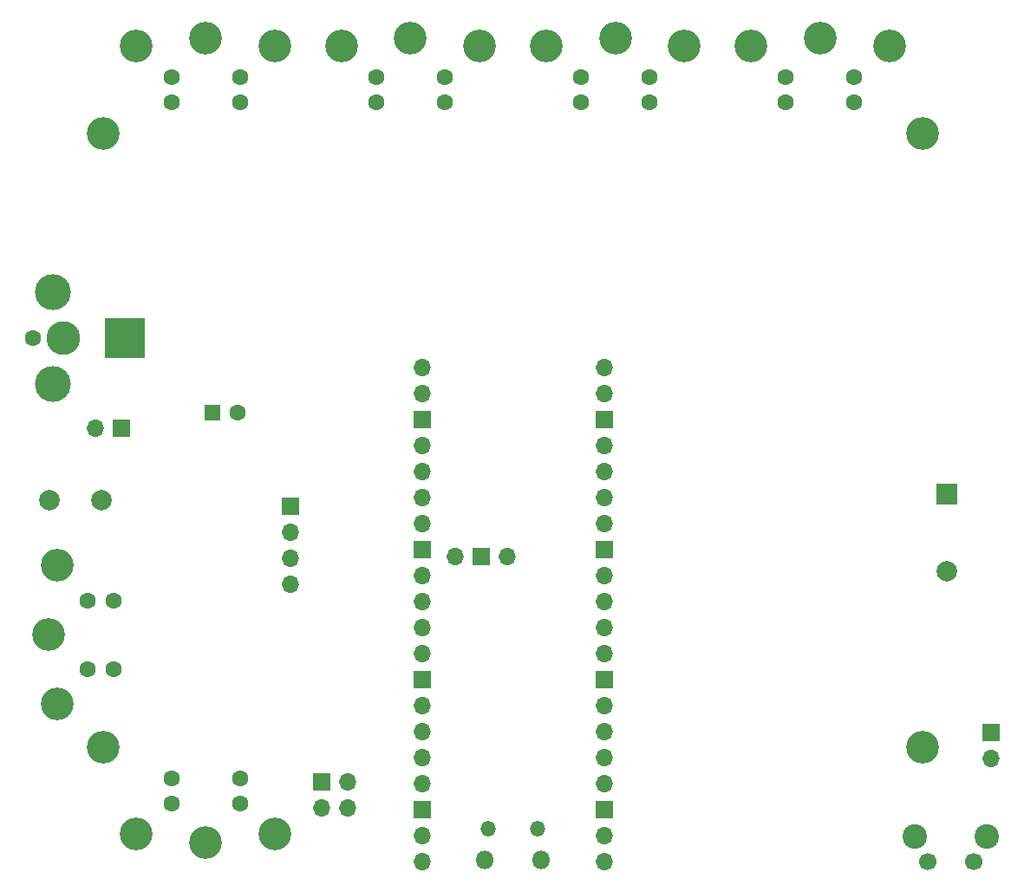
<source format=gbs>
G04 #@! TF.GenerationSoftware,KiCad,Pcbnew,6.0.11+dfsg-1*
G04 #@! TF.CreationDate,2024-08-25T21:45:10-05:00*
G04 #@! TF.ProjectId,hootswitch,686f6f74-7377-4697-9463-682e6b696361,rev?*
G04 #@! TF.SameCoordinates,Original*
G04 #@! TF.FileFunction,Soldermask,Bot*
G04 #@! TF.FilePolarity,Negative*
%FSLAX46Y46*%
G04 Gerber Fmt 4.6, Leading zero omitted, Abs format (unit mm)*
G04 Created by KiCad (PCBNEW 6.0.11+dfsg-1) date 2024-08-25 21:45:10*
%MOMM*%
%LPD*%
G01*
G04 APERTURE LIST*
%ADD10R,1.600000X1.600000*%
%ADD11C,1.600000*%
%ADD12C,3.200000*%
%ADD13C,2.400000*%
%ADD14C,1.700000*%
%ADD15R,1.700000X1.700000*%
%ADD16O,1.700000X1.700000*%
%ADD17R,4.000000X4.000000*%
%ADD18C,3.300000*%
%ADD19C,3.500000*%
%ADD20R,2.000000X2.000000*%
%ADD21C,2.000000*%
%ADD22O,1.500000X1.500000*%
%ADD23O,1.800000X1.800000*%
G04 APERTURE END LIST*
D10*
X80645000Y-101346000D03*
D11*
X83145000Y-101346000D03*
D12*
X70000000Y-74000000D03*
D11*
X116650000Y-68500000D03*
X123350000Y-68500000D03*
X116650000Y-71000000D03*
X123350000Y-71000000D03*
D12*
X126760000Y-65510000D03*
X113240000Y-65510000D03*
X120000000Y-64700000D03*
D11*
X96650000Y-68500000D03*
X103350000Y-68500000D03*
X96650000Y-71000000D03*
X103350000Y-71000000D03*
D12*
X93240000Y-65510000D03*
X100000000Y-64700000D03*
X106760000Y-65510000D03*
D11*
X68500000Y-126350000D03*
X68500000Y-119650000D03*
X71000000Y-126350000D03*
X71000000Y-119650000D03*
D12*
X65510000Y-116240000D03*
X65510000Y-129760000D03*
X64700000Y-123000000D03*
D13*
X149250000Y-142700000D03*
X156250000Y-142700000D03*
D14*
X155000000Y-145200000D03*
X150500000Y-145200000D03*
D15*
X156718000Y-132583000D03*
D16*
X156718000Y-135123000D03*
D11*
X63100000Y-94000000D03*
D17*
X72100000Y-94000000D03*
D18*
X66100000Y-94000000D03*
D19*
X65100000Y-89500000D03*
X65100000Y-98500000D03*
D11*
X136650000Y-68500000D03*
X143350000Y-68500000D03*
X136650000Y-71000000D03*
X143350000Y-71000000D03*
D12*
X146760000Y-65510000D03*
X133240000Y-65510000D03*
X140000000Y-64700000D03*
D20*
X152400000Y-109230000D03*
D21*
X152400000Y-116830000D03*
D15*
X88265000Y-110490000D03*
D16*
X88265000Y-113030000D03*
X88265000Y-115570000D03*
X88265000Y-118110000D03*
D12*
X150000000Y-74000000D03*
D21*
X64770000Y-109855000D03*
X69850000Y-109855000D03*
D11*
X76650000Y-68500000D03*
X83350000Y-68500000D03*
X76650000Y-71000000D03*
X83350000Y-71000000D03*
D12*
X86760000Y-65510000D03*
X73240000Y-65510000D03*
X80000000Y-64700000D03*
X150000000Y-134000000D03*
D11*
X83350000Y-139500000D03*
X76650000Y-139500000D03*
X83350000Y-137000000D03*
X76650000Y-137000000D03*
D12*
X73240000Y-142490000D03*
X80000000Y-143300000D03*
X86760000Y-142490000D03*
X70000000Y-134000000D03*
D22*
X107575000Y-141970000D03*
D23*
X107275000Y-145000000D03*
D22*
X112425000Y-141970000D03*
D23*
X112725000Y-145000000D03*
D16*
X118890000Y-145130000D03*
X118890000Y-142590000D03*
D15*
X118890000Y-140050000D03*
D16*
X118890000Y-137510000D03*
X118890000Y-134970000D03*
X118890000Y-132430000D03*
X118890000Y-129890000D03*
D15*
X118890000Y-127350000D03*
D16*
X118890000Y-124810000D03*
X118890000Y-122270000D03*
X118890000Y-119730000D03*
X118890000Y-117190000D03*
D15*
X118890000Y-114650000D03*
D16*
X118890000Y-112110000D03*
X118890000Y-109570000D03*
X118890000Y-107030000D03*
X118890000Y-104490000D03*
D15*
X118890000Y-101950000D03*
D16*
X118890000Y-99410000D03*
X118890000Y-96870000D03*
X101110000Y-96870000D03*
X101110000Y-99410000D03*
D15*
X101110000Y-101950000D03*
D16*
X101110000Y-104490000D03*
X101110000Y-107030000D03*
X101110000Y-109570000D03*
X101110000Y-112110000D03*
D15*
X101110000Y-114650000D03*
D16*
X101110000Y-117190000D03*
X101110000Y-119730000D03*
X101110000Y-122270000D03*
X101110000Y-124810000D03*
D15*
X101110000Y-127350000D03*
D16*
X101110000Y-129890000D03*
X101110000Y-132430000D03*
X101110000Y-134970000D03*
X101110000Y-137510000D03*
D15*
X101110000Y-140050000D03*
D16*
X101110000Y-142590000D03*
X101110000Y-145130000D03*
X109415900Y-115400000D03*
D15*
X106875900Y-115400000D03*
D16*
X104335900Y-115400000D03*
D15*
X91325000Y-137389000D03*
D16*
X93865000Y-137389000D03*
X91325000Y-139929000D03*
X93865000Y-139929000D03*
D15*
X71755000Y-102870000D03*
D16*
X69215000Y-102870000D03*
M02*

</source>
